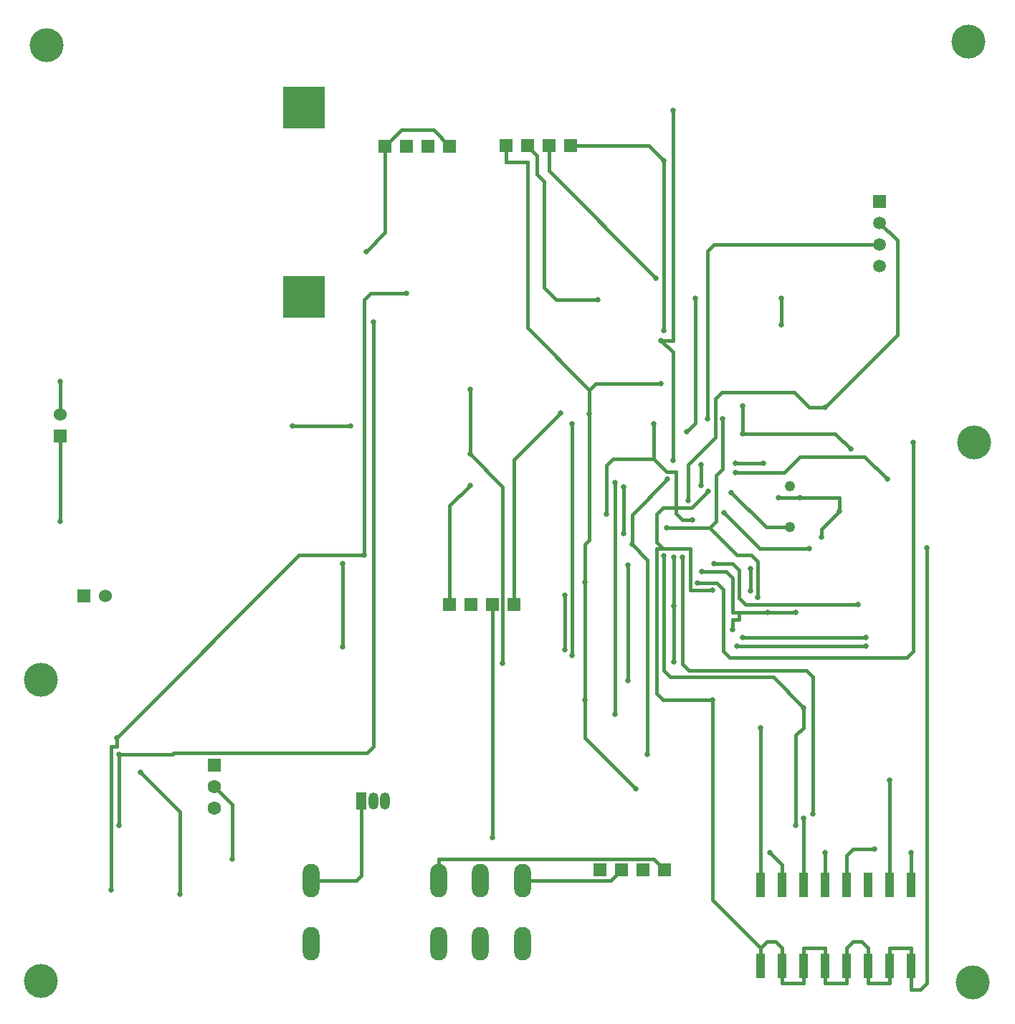
<source format=gbr>
G04 DipTrace 2.4.0.2*
%INBottom.gbr*%
%MOMM*%
%ADD12C,0.381*%
%ADD17C,1.524*%
%ADD18R,1.524X1.524*%
%ADD25R,1.2X2.0*%
%ADD26R,1.5X1.5*%
%ADD27C,1.5*%
%ADD31R,1.0X3.0*%
%ADD32O,1.981X3.981*%
%ADD44C,4.0*%
%ADD48R,1.6X1.6*%
%ADD49C,1.6*%
%ADD50C,1.219*%
%ADD52R,5.0X5.0*%
%ADD53O,1.2X2.0*%
%ADD54C,0.635*%
%FSLAX53Y53*%
G04*
G71*
G90*
G75*
G01*
%LNBottom*%
%LPD*%
X92221Y59499D2*
D12*
X89554D1*
Y64470D1*
X86331D1*
X85569D1*
Y47332D1*
X86331Y46570D1*
X92177D1*
X86431Y90191D2*
Y110223D1*
X85241Y79167D2*
Y75010D1*
X86752Y73499D1*
X87877D1*
Y69232D1*
X86331D1*
X85569Y68470D1*
Y65232D1*
X86331Y64470D1*
X92177Y46570D2*
Y22962D1*
X97901Y17238D1*
X98663Y18000D1*
X99679D1*
X100441Y17238D1*
Y15167D1*
X89846Y67820D2*
X88639D1*
X87877Y68582D1*
Y69232D1*
X79695Y68503D2*
Y74248D1*
X80457Y75010D1*
X85241D1*
X115681Y15167D2*
Y12333D1*
X116762D1*
X117524Y13095D1*
Y64558D1*
X113141Y15167D2*
Y17238D1*
X115681D1*
Y15167D1*
X110601D2*
Y13095D1*
X113141D1*
Y15167D1*
X108061D2*
Y17238D1*
X108823Y18000D1*
X109839D1*
X110601Y17238D1*
Y15167D1*
X105521D2*
Y13095D1*
X108061D1*
Y15167D1*
X102981D2*
Y17238D1*
X105521D1*
Y15167D1*
X100441D2*
Y13095D1*
X102981D1*
Y15167D1*
X97901D2*
Y17238D1*
X86431Y110223D2*
X84664Y111990D1*
X75401D1*
X87877Y69232D2*
X89757D1*
X91722Y71197D1*
X61161Y111937D2*
X59227Y113871D1*
X55474D1*
X53541Y111937D1*
Y101766D1*
X51266Y99491D1*
X74740Y52508D2*
Y58901D1*
X80664Y44907D2*
Y72233D1*
X83124Y36081D2*
X77092Y42113D1*
Y46558D1*
X100021Y70461D2*
X102510D1*
X102059Y56918D2*
X98737D1*
X15191Y80299D2*
Y84207D1*
X100289Y94029D2*
Y90878D1*
X81689Y71721D2*
Y66251D1*
X90833Y71915D2*
Y74315D1*
X29285Y23663D2*
Y33375D1*
X24645Y38015D1*
X77642Y80379D2*
Y83178D1*
X70321Y90500D1*
Y110057D1*
X67781D1*
Y111990D1*
X98737Y56918D2*
X95368D1*
X94606D1*
Y60989D1*
X93844Y61751D1*
X90938D1*
X86130Y83940D2*
X78404D1*
X77642Y83178D1*
X77092Y60429D2*
Y64929D1*
X77642Y65479D1*
Y80379D1*
X77092Y46558D2*
Y60429D1*
X107218Y68847D2*
X105085Y66714D1*
Y65800D1*
X102510Y70461D2*
X107218D1*
Y68847D1*
X94606Y54868D2*
Y56029D1*
X95368D1*
Y56918D1*
X112823Y72629D2*
X110166Y75286D1*
X102535D1*
X100675Y73426D1*
X94892D1*
X84508Y40145D2*
Y63126D1*
X82705Y64929D1*
Y68424D1*
X86892Y72610D1*
X87506Y116129D2*
Y89028D1*
X86130D1*
X87506Y87652D1*
Y74893D1*
X90160Y94029D2*
Y79294D1*
X89144Y78278D1*
X85542Y96369D2*
X72861Y109050D1*
Y111990D1*
X94427Y71026D2*
X98510Y66943D1*
X101329D1*
X110280Y53924D2*
X95794D1*
X33377Y36364D2*
X35510Y34231D1*
Y27813D1*
X97901Y24692D2*
Y43263D1*
X44808Y25251D2*
X50079D1*
X50682Y25854D1*
Y34618D1*
X75629Y51790D2*
Y79179D1*
X63542Y83200D2*
Y75579D1*
X67412Y71709D1*
Y50901D1*
X21152Y24166D2*
Y41038D1*
X21806D1*
Y42080D1*
X51047Y63652D2*
Y93811D1*
X51809Y94573D1*
X56017D1*
X21806Y42080D2*
X43379Y63652D1*
X51047D1*
X22060Y31780D2*
Y40180D1*
X28475D1*
X28572Y40276D1*
X51393D1*
X52155Y41038D1*
Y91213D1*
X63542Y71868D2*
X61161Y69487D1*
Y57798D1*
X66241Y30331D2*
Y57798D1*
X74239Y80401D2*
X68781Y74942D1*
Y57798D1*
X81483Y26521D2*
X80213Y25251D1*
X69802D1*
X86563Y26521D2*
X85270Y27813D1*
X59820D1*
Y25251D1*
X98992Y28581D2*
X100441Y27133D1*
Y24692D1*
X102981D2*
Y32617D1*
X105521Y24692D2*
Y28581D1*
X111292Y28958D2*
X108823D1*
X108061Y28196D1*
Y24692D1*
X113141D2*
Y37090D1*
X115681Y24692D2*
Y28581D1*
X42591Y78931D2*
X49407D1*
X15191Y77759D2*
Y74902D1*
Y67671D1*
X110315Y52908D2*
X95076D1*
X115935Y76971D2*
Y52298D1*
X115173Y51536D1*
X94240D1*
X93478Y52298D1*
Y59626D1*
X92716Y60388D1*
X90443D1*
X98189Y74524D2*
X94892D1*
X95742Y81279D2*
Y78024D1*
X106710D1*
X108559Y76175D1*
X91633Y79802D2*
Y99586D1*
X92395Y100348D1*
X111966D1*
X89284Y70121D2*
Y74353D1*
X92522Y77591D1*
Y82168D1*
X93284Y82930D1*
X101860D1*
X103657Y81133D1*
X105475D1*
X114050Y89708D1*
Y100804D1*
X111966Y102888D1*
X97572Y58696D2*
Y62946D1*
X96810Y63708D1*
X95100D1*
X91887Y66921D1*
X86789D1*
X91887D2*
X92649Y67683D1*
Y73045D1*
X93411Y73807D1*
Y79802D1*
X86458Y63581D2*
Y50012D1*
X87220Y49250D1*
X99372D1*
X102942Y45679D1*
Y43291D1*
X102053Y42402D1*
Y31728D1*
X87649Y63402D2*
Y57679D1*
Y51028D1*
X103629Y64470D2*
X97777D1*
X93538Y68709D1*
X82235Y48856D2*
Y62513D1*
X109391Y57807D2*
X96130D1*
X95368Y58569D1*
Y61878D1*
X94606Y62640D1*
X92360D1*
X96683Y59415D2*
Y62035D1*
X104052Y33129D2*
Y49250D1*
X103290Y50012D1*
X89427D1*
X88665Y50774D1*
Y63402D1*
X48518Y52879D2*
Y62629D1*
X78625Y93838D2*
X73704D1*
X72275Y95267D1*
Y107809D1*
X71481Y108603D1*
Y110830D1*
X70321Y111990D1*
D54*
X85241Y79167D3*
X86431Y110223D3*
X92221Y59499D3*
X86431Y90191D3*
X91722Y71197D3*
X89846Y67820D3*
X117524Y64558D3*
X79695Y68503D3*
X92177Y46570D3*
X51266Y99491D3*
X74740Y58901D3*
Y52508D3*
X80664Y72233D3*
Y44907D3*
X102510Y70461D3*
X83124Y36081D3*
X98737Y56918D3*
X100021Y70461D3*
X15191Y84207D3*
X102059Y56918D3*
X100289Y90878D3*
X81689Y66251D3*
Y71721D3*
X90833Y74315D3*
X24645Y38015D3*
X105085Y65800D3*
X90938Y61751D3*
X86130Y83940D3*
X29285Y23663D3*
X77092Y46558D3*
Y60429D3*
X90833Y71915D3*
X100289Y94029D3*
X94606Y54868D3*
X107218Y68847D3*
X77642Y80379D3*
X94892Y73426D3*
X112823Y72629D3*
X86892Y72610D3*
X84508Y40145D3*
X82705Y64929D3*
X86130Y89028D3*
X87506Y116129D3*
Y74893D3*
X89144Y78278D3*
X90160Y94029D3*
X85542Y96369D3*
X94427Y71026D3*
X95794Y53924D3*
X110280D3*
X35510Y27813D3*
X97901Y43263D3*
X75629Y79179D3*
Y51790D3*
X67412Y50901D3*
X63542Y83200D3*
Y75579D3*
X56017Y94573D3*
X51047Y63652D3*
X21152Y24166D3*
X21806Y42080D3*
X52155Y91213D3*
X22060Y40180D3*
Y31780D3*
X98992Y28581D3*
X102981Y32617D3*
X105521Y28581D3*
X111292Y28958D3*
X113141Y37090D3*
X115681Y28581D3*
X15191Y67671D3*
X95076Y52908D3*
X110315D3*
X63542Y71868D3*
X66241Y30331D3*
X74239Y80401D3*
X48518Y62629D3*
Y52879D3*
X90443Y60388D3*
X115935Y76971D3*
X86789Y66921D3*
X97572Y58696D3*
X93411Y79802D3*
X102053Y31728D3*
X86458Y63581D3*
X102942Y45679D3*
X87649Y57679D3*
Y51028D3*
Y63402D3*
X93538Y68709D3*
X103629Y64470D3*
X82235Y62513D3*
Y48856D3*
X92360Y62640D3*
X109391Y57807D3*
X96683Y62035D3*
Y59415D3*
X88665Y63402D3*
X104052Y33129D3*
X105475Y81133D3*
X89284Y70121D3*
X91633Y79802D3*
X108559Y76175D3*
X95742Y81279D3*
Y78024D3*
X94892Y74524D3*
X98189D3*
X49407Y78931D3*
X42591D3*
X78625Y93838D3*
D17*
X15191Y80299D3*
D18*
Y77759D3*
D17*
X20461Y58829D3*
D18*
X17921D3*
D25*
X50682Y34618D3*
D26*
X111966Y105428D3*
D27*
Y102888D3*
Y100348D3*
Y97808D3*
D26*
X61161Y57798D3*
X63701D3*
X66241D3*
X68781D3*
X75401Y111990D3*
X72861D3*
X70321D3*
X67781D3*
X61161Y111937D3*
X58621D3*
X56081D3*
X53541D3*
X78943Y26521D3*
X81483D3*
X84023D3*
X86563D3*
D31*
X97901Y15167D3*
X100441D3*
X102981D3*
X105521D3*
X108061D3*
X110601D3*
X113141D3*
X115681D3*
Y24692D3*
X113141D3*
X110601D3*
X108061D3*
X105521D3*
X102981D3*
X100441D3*
X97901D3*
D32*
X44808Y25251D3*
Y17758D3*
X59820Y25251D3*
X64798D3*
X69802D3*
X59820Y17758D3*
X64798D3*
X69802D3*
D44*
X13531Y123845D3*
D48*
X33377Y38904D3*
D49*
Y36364D3*
Y33824D3*
D50*
X101329Y71769D3*
Y66943D3*
D44*
X12896Y13343D3*
Y48907D3*
X122445Y124321D3*
X122921Y13184D3*
X123080Y77008D3*
D52*
X43915Y116521D3*
Y94137D3*
D53*
X52111Y34618D3*
X53540D3*
M02*

</source>
